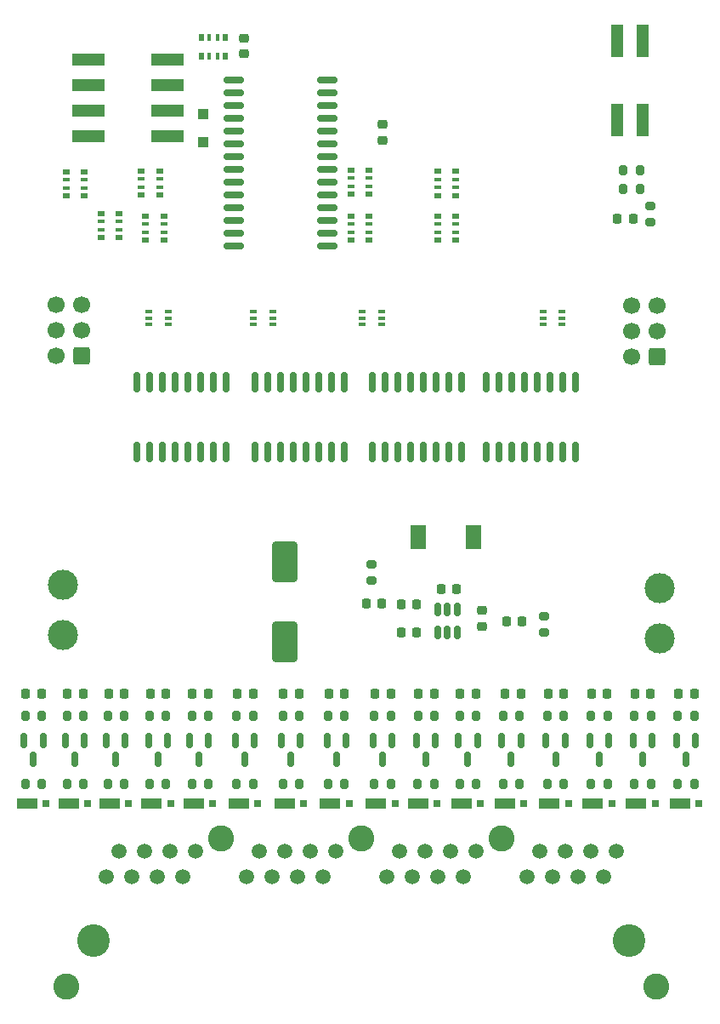
<source format=gbr>
%TF.GenerationSoftware,KiCad,Pcbnew,(6.0.9)*%
%TF.CreationDate,2023-11-05T17:37:45+05:30*%
%TF.ProjectId,Modular-I2C-4PxRJ45-Relay-Driver,4d6f6475-6c61-4722-9d49-32432d345078,2*%
%TF.SameCoordinates,Original*%
%TF.FileFunction,Soldermask,Top*%
%TF.FilePolarity,Negative*%
%FSLAX46Y46*%
G04 Gerber Fmt 4.6, Leading zero omitted, Abs format (unit mm)*
G04 Created by KiCad (PCBNEW (6.0.9)) date 2023-11-05 17:37:45*
%MOMM*%
%LPD*%
G01*
G04 APERTURE LIST*
G04 Aperture macros list*
%AMRoundRect*
0 Rectangle with rounded corners*
0 $1 Rounding radius*
0 $2 $3 $4 $5 $6 $7 $8 $9 X,Y pos of 4 corners*
0 Add a 4 corners polygon primitive as box body*
4,1,4,$2,$3,$4,$5,$6,$7,$8,$9,$2,$3,0*
0 Add four circle primitives for the rounded corners*
1,1,$1+$1,$2,$3*
1,1,$1+$1,$4,$5*
1,1,$1+$1,$6,$7*
1,1,$1+$1,$8,$9*
0 Add four rect primitives between the rounded corners*
20,1,$1+$1,$2,$3,$4,$5,0*
20,1,$1+$1,$4,$5,$6,$7,0*
20,1,$1+$1,$6,$7,$8,$9,0*
20,1,$1+$1,$8,$9,$2,$3,0*%
G04 Aperture macros list end*
%ADD10RoundRect,0.250000X0.600000X0.600000X-0.600000X0.600000X-0.600000X-0.600000X0.600000X-0.600000X0*%
%ADD11C,1.700000*%
%ADD12RoundRect,0.218750X0.218750X0.256250X-0.218750X0.256250X-0.218750X-0.256250X0.218750X-0.256250X0*%
%ADD13RoundRect,0.200000X-0.200000X-0.275000X0.200000X-0.275000X0.200000X0.275000X-0.200000X0.275000X0*%
%ADD14R,2.000000X1.100000*%
%ADD15R,0.800000X0.800000*%
%ADD16RoundRect,0.150000X-0.150000X0.837500X-0.150000X-0.837500X0.150000X-0.837500X0.150000X0.837500X0*%
%ADD17R,0.650000X0.400000*%
%ADD18RoundRect,0.150000X-0.150000X0.587500X-0.150000X-0.587500X0.150000X-0.587500X0.150000X0.587500X0*%
%ADD19C,3.000000*%
%ADD20R,0.800000X0.500000*%
%ADD21R,0.800000X0.400000*%
%ADD22RoundRect,0.200000X-0.275000X0.200000X-0.275000X-0.200000X0.275000X-0.200000X0.275000X0.200000X0*%
%ADD23RoundRect,0.218750X-0.218750X-0.256250X0.218750X-0.256250X0.218750X0.256250X-0.218750X0.256250X0*%
%ADD24RoundRect,0.225000X0.250000X-0.225000X0.250000X0.225000X-0.250000X0.225000X-0.250000X-0.225000X0*%
%ADD25R,0.500000X0.800000*%
%ADD26R,0.400000X0.800000*%
%ADD27RoundRect,0.225000X-0.250000X0.225000X-0.250000X-0.225000X0.250000X-0.225000X0.250000X0.225000X0*%
%ADD28RoundRect,0.200000X0.200000X0.275000X-0.200000X0.275000X-0.200000X-0.275000X0.200000X-0.275000X0*%
%ADD29RoundRect,0.150000X0.150000X-0.512500X0.150000X0.512500X-0.150000X0.512500X-0.150000X-0.512500X0*%
%ADD30RoundRect,0.225000X-0.225000X-0.250000X0.225000X-0.250000X0.225000X0.250000X-0.225000X0.250000X0*%
%ADD31R,1.500000X2.400000*%
%ADD32RoundRect,0.250000X1.000000X-1.750000X1.000000X1.750000X-1.000000X1.750000X-1.000000X-1.750000X0*%
%ADD33RoundRect,0.150000X0.875000X0.150000X-0.875000X0.150000X-0.875000X-0.150000X0.875000X-0.150000X0*%
%ADD34R,1.200000X3.300000*%
%ADD35R,3.300000X1.200000*%
%ADD36RoundRect,0.225000X0.225000X0.250000X-0.225000X0.250000X-0.225000X-0.250000X0.225000X-0.250000X0*%
%ADD37RoundRect,0.200000X0.275000X-0.200000X0.275000X0.200000X-0.275000X0.200000X-0.275000X-0.200000X0*%
%ADD38R,1.100000X1.100000*%
%ADD39C,3.250000*%
%ADD40C,1.500000*%
%ADD41C,2.600000*%
G04 APERTURE END LIST*
D10*
%TO.C,J1*%
X159070000Y-34991000D03*
D11*
X156530000Y-34991000D03*
X159070000Y-32451000D03*
X156530000Y-32451000D03*
X159070000Y-29911000D03*
X156530000Y-29911000D03*
%TD*%
D12*
%TO.C,LED56*%
X118836500Y-68519000D03*
X117261500Y-68519000D03*
%TD*%
D13*
%TO.C,TH59*%
X130893000Y-77468400D03*
X132543000Y-77468400D03*
%TD*%
D14*
%TO.C,D57*%
X121982150Y-79441000D03*
D15*
X123882150Y-79441000D03*
%TD*%
D14*
%TO.C,D61*%
X139607000Y-79441000D03*
D15*
X141507000Y-79441000D03*
%TD*%
D16*
%TO.C,U5*%
X139639000Y-37497500D03*
X138369000Y-37497500D03*
X137099000Y-37497500D03*
X135829000Y-37497500D03*
X134559000Y-37497500D03*
X133289000Y-37497500D03*
X132019000Y-37497500D03*
X130749000Y-37497500D03*
X130749000Y-44422500D03*
X132019000Y-44422500D03*
X133289000Y-44422500D03*
X134559000Y-44422500D03*
X135829000Y-44422500D03*
X137099000Y-44422500D03*
X138369000Y-44422500D03*
X139639000Y-44422500D03*
%TD*%
D12*
%TO.C,LED66*%
X162767300Y-68519000D03*
X161192300Y-68519000D03*
%TD*%
D17*
%TO.C,D8*%
X108463000Y-30473800D03*
X108463000Y-31123800D03*
X108463000Y-31773800D03*
X110363000Y-31773800D03*
X110363000Y-31123800D03*
X110363000Y-30473800D03*
%TD*%
D16*
%TO.C,U4*%
X127955000Y-37497500D03*
X126685000Y-37497500D03*
X125415000Y-37497500D03*
X124145000Y-37497500D03*
X122875000Y-37497500D03*
X121605000Y-37497500D03*
X120335000Y-37497500D03*
X119065000Y-37497500D03*
X119065000Y-44422500D03*
X120335000Y-44422500D03*
X121605000Y-44422500D03*
X122875000Y-44422500D03*
X124145000Y-44422500D03*
X125415000Y-44422500D03*
X126685000Y-44422500D03*
X127955000Y-44422500D03*
%TD*%
D14*
%TO.C,D63*%
X148339300Y-79441000D03*
D15*
X150239300Y-79441000D03*
%TD*%
D12*
%TO.C,LED60*%
X136881800Y-68519000D03*
X135306800Y-68519000D03*
%TD*%
%TO.C,D3*%
X145633500Y-61330800D03*
X144058500Y-61330800D03*
%TD*%
D13*
%TO.C,R58*%
X126313500Y-70721700D03*
X127963500Y-70721700D03*
%TD*%
D18*
%TO.C,Q54*%
X110308500Y-73169500D03*
X108408500Y-73169500D03*
X109358500Y-75044500D03*
%TD*%
D17*
%TO.C,D7*%
X147699350Y-30473800D03*
X147699350Y-31123800D03*
X147699350Y-31773800D03*
X149599350Y-31773800D03*
X149599350Y-31123800D03*
X149599350Y-30473800D03*
%TD*%
D13*
%TO.C,TH54*%
X108533500Y-77468400D03*
X110183500Y-77468400D03*
%TD*%
D12*
%TO.C,LED55*%
X114357000Y-68519000D03*
X112782000Y-68519000D03*
%TD*%
D13*
%TO.C,TH61*%
X139409500Y-77468400D03*
X141059500Y-77468400D03*
%TD*%
D12*
%TO.C,LED58*%
X127946000Y-68519000D03*
X126371000Y-68519000D03*
%TD*%
D13*
%TO.C,R61*%
X139417000Y-70721700D03*
X141067000Y-70721700D03*
%TD*%
D18*
%TO.C,Q53*%
X106117500Y-73155262D03*
X104217500Y-73155262D03*
X105167500Y-75030262D03*
%TD*%
%TO.C,Q63*%
X149916800Y-73169500D03*
X148016800Y-73169500D03*
X148966800Y-75044500D03*
%TD*%
D12*
%TO.C,LED63*%
X149781800Y-68519000D03*
X148206800Y-68519000D03*
%TD*%
%TO.C,LED65*%
X158441000Y-68519000D03*
X156866000Y-68519000D03*
%TD*%
D19*
%TO.C,J4*%
X159367900Y-62966200D03*
X159367900Y-57968200D03*
%TD*%
D10*
%TO.C,J2*%
X101793000Y-34864000D03*
D11*
X99253000Y-34864000D03*
X101793000Y-32324000D03*
X99253000Y-32324000D03*
X101793000Y-29784000D03*
X99253000Y-29784000D03*
%TD*%
D20*
%TO.C,RN9*%
X103687000Y-20710000D03*
D21*
X103687000Y-21510000D03*
X103687000Y-22310000D03*
D20*
X103687000Y-23110000D03*
X105487000Y-23110000D03*
D21*
X105487000Y-22310000D03*
X105487000Y-21510000D03*
D20*
X105487000Y-20710000D03*
%TD*%
D22*
%TO.C,R5*%
X147843200Y-60759800D03*
X147843200Y-62409800D03*
%TD*%
D23*
%TO.C,D2*%
X130088500Y-59552800D03*
X131663500Y-59552800D03*
%TD*%
D24*
%TO.C,C1*%
X117922000Y-4847800D03*
X117922000Y-3297800D03*
%TD*%
D25*
%TO.C,RN1*%
X116074000Y-3230000D03*
D26*
X115274000Y-3230000D03*
X114474000Y-3230000D03*
D25*
X113674000Y-3230000D03*
X113674000Y-5030000D03*
D26*
X114474000Y-5030000D03*
X115274000Y-5030000D03*
D25*
X116074000Y-5030000D03*
%TD*%
D14*
%TO.C,D64*%
X152680500Y-79441000D03*
D15*
X154580500Y-79441000D03*
%TD*%
D27*
%TO.C,C9*%
X141607200Y-60225000D03*
X141607200Y-61775000D03*
%TD*%
D28*
%TO.C,R4*%
X157348350Y-16396300D03*
X155698350Y-16396300D03*
%TD*%
D13*
%TO.C,R60*%
X135249300Y-70721700D03*
X136899300Y-70721700D03*
%TD*%
D12*
%TO.C,LED57*%
X123408500Y-68519000D03*
X121833500Y-68519000D03*
%TD*%
D20*
%TO.C,RN7*%
X100251350Y-16588800D03*
D21*
X100251350Y-17388800D03*
X100251350Y-18188800D03*
D20*
X100251350Y-18988800D03*
X102051350Y-18988800D03*
D21*
X102051350Y-18188800D03*
X102051350Y-17388800D03*
D20*
X102051350Y-16588800D03*
%TD*%
D29*
%TO.C,U2*%
X137241200Y-62404500D03*
X138191200Y-62404500D03*
X139141200Y-62404500D03*
X139141200Y-60129500D03*
X138191200Y-60129500D03*
X137241200Y-60129500D03*
%TD*%
D14*
%TO.C,D53*%
X104540000Y-79441000D03*
D15*
X106440000Y-79441000D03*
%TD*%
D13*
%TO.C,TH60*%
X135241800Y-77468400D03*
X136891800Y-77468400D03*
%TD*%
D30*
%TO.C,C7*%
X133606200Y-59616000D03*
X135156200Y-59616000D03*
%TD*%
%TO.C,C8*%
X133593200Y-62410000D03*
X135143200Y-62410000D03*
%TD*%
D13*
%TO.C,R53*%
X104342500Y-70721700D03*
X105992500Y-70721700D03*
%TD*%
D17*
%TO.C,D6*%
X129731350Y-30458800D03*
X129731350Y-31108800D03*
X129731350Y-31758800D03*
X131631350Y-31758800D03*
X131631350Y-31108800D03*
X131631350Y-30458800D03*
%TD*%
D13*
%TO.C,TH56*%
X117210500Y-77468400D03*
X118860500Y-77468400D03*
%TD*%
D12*
%TO.C,LED53*%
X106009500Y-68519000D03*
X104434500Y-68519000D03*
%TD*%
D20*
%TO.C,RN16*%
X107708350Y-16502800D03*
D21*
X107708350Y-17302800D03*
X107708350Y-18102800D03*
D20*
X107708350Y-18902800D03*
X109508350Y-18902800D03*
D21*
X109508350Y-18102800D03*
X109508350Y-17302800D03*
D20*
X109508350Y-16502800D03*
%TD*%
D16*
%TO.C,U3*%
X116144000Y-37497500D03*
X114874000Y-37497500D03*
X113604000Y-37497500D03*
X112334000Y-37497500D03*
X111064000Y-37497500D03*
X109794000Y-37497500D03*
X108524000Y-37497500D03*
X107254000Y-37497500D03*
X107254000Y-44422500D03*
X108524000Y-44422500D03*
X109794000Y-44422500D03*
X111064000Y-44422500D03*
X112334000Y-44422500D03*
X113604000Y-44422500D03*
X114874000Y-44422500D03*
X116144000Y-44422500D03*
%TD*%
D18*
%TO.C,Q58*%
X128088500Y-73169500D03*
X126188500Y-73169500D03*
X127138500Y-75044500D03*
%TD*%
D13*
%TO.C,R51*%
X96142000Y-70721700D03*
X97792000Y-70721700D03*
%TD*%
%TO.C,TH53*%
X104342500Y-77468400D03*
X105992500Y-77468400D03*
%TD*%
D12*
%TO.C,LED61*%
X141049500Y-68519000D03*
X139474500Y-68519000D03*
%TD*%
%TO.C,LED64*%
X154123000Y-68519000D03*
X152548000Y-68519000D03*
%TD*%
D31*
%TO.C,L1*%
X140801200Y-52885000D03*
X135301200Y-52885000D03*
%TD*%
D13*
%TO.C,R54*%
X108533500Y-70721700D03*
X110183500Y-70721700D03*
%TD*%
%TO.C,TH57*%
X121784650Y-77468400D03*
X123434650Y-77468400D03*
%TD*%
D14*
%TO.C,D55*%
X112922000Y-79441000D03*
D15*
X114822000Y-79441000D03*
%TD*%
D12*
%TO.C,LED52*%
X101911000Y-68519000D03*
X100336000Y-68519000D03*
%TD*%
D13*
%TO.C,R65*%
X156808500Y-70721700D03*
X158458500Y-70721700D03*
%TD*%
%TO.C,TH66*%
X161127300Y-77468400D03*
X162777300Y-77468400D03*
%TD*%
D32*
%TO.C,C5*%
X121986000Y-63349600D03*
X121986000Y-55349600D03*
%TD*%
D20*
%TO.C,RN15*%
X130379000Y-18792000D03*
D21*
X130379000Y-17992000D03*
X130379000Y-17192000D03*
D20*
X130379000Y-16392000D03*
X128579000Y-16392000D03*
D21*
X128579000Y-17192000D03*
X128579000Y-17992000D03*
D20*
X128579000Y-18792000D03*
%TD*%
D13*
%TO.C,TH55*%
X112724500Y-77468400D03*
X114374500Y-77468400D03*
%TD*%
%TO.C,TH58*%
X126313500Y-77468400D03*
X127963500Y-77468400D03*
%TD*%
%TO.C,R56*%
X117210500Y-70721700D03*
X118860500Y-70721700D03*
%TD*%
D28*
%TO.C,R3*%
X157348350Y-18301300D03*
X155698350Y-18301300D03*
%TD*%
D12*
%TO.C,LED59*%
X132552500Y-68519000D03*
X130977500Y-68519000D03*
%TD*%
D18*
%TO.C,Q65*%
X158576000Y-73169500D03*
X156676000Y-73169500D03*
X157626000Y-75044500D03*
%TD*%
D12*
%TO.C,LED51*%
X97774500Y-68519000D03*
X96199500Y-68519000D03*
%TD*%
%TO.C,D4*%
X156682500Y-21275000D03*
X155107500Y-21275000D03*
%TD*%
D13*
%TO.C,TH62*%
X143720000Y-77468400D03*
X145370000Y-77468400D03*
%TD*%
%TO.C,TH63*%
X148141800Y-77468400D03*
X149791800Y-77468400D03*
%TD*%
%TO.C,R64*%
X152490500Y-70721700D03*
X154140500Y-70721700D03*
%TD*%
D14*
%TO.C,D58*%
X126511000Y-79441000D03*
D15*
X128411000Y-79441000D03*
%TD*%
D13*
%TO.C,R62*%
X143727500Y-70721700D03*
X145377500Y-70721700D03*
%TD*%
D20*
%TO.C,RN5*%
X139015000Y-18919000D03*
D21*
X139015000Y-18119000D03*
X139015000Y-17319000D03*
D20*
X139015000Y-16519000D03*
X137215000Y-16519000D03*
D21*
X137215000Y-17319000D03*
X137215000Y-18119000D03*
D20*
X137215000Y-18919000D03*
%TD*%
D14*
%TO.C,D65*%
X156998500Y-79441000D03*
D15*
X158898500Y-79441000D03*
%TD*%
D14*
%TO.C,D60*%
X135290500Y-79441000D03*
D15*
X137190500Y-79441000D03*
%TD*%
D18*
%TO.C,Q57*%
X123559650Y-73169500D03*
X121659650Y-73169500D03*
X122609650Y-75044500D03*
%TD*%
D14*
%TO.C,D52*%
X100476000Y-79441000D03*
D15*
X102376000Y-79441000D03*
%TD*%
D13*
%TO.C,R66*%
X161134800Y-70721700D03*
X162784800Y-70721700D03*
%TD*%
D18*
%TO.C,Q61*%
X141184500Y-73169500D03*
X139284500Y-73169500D03*
X140234500Y-75044500D03*
%TD*%
D33*
%TO.C,U1*%
X126255000Y-23942000D03*
X126255000Y-22672000D03*
X126255000Y-21402000D03*
X126255000Y-20132000D03*
X126255000Y-18862000D03*
X126255000Y-17592000D03*
X126255000Y-16322000D03*
X126255000Y-15052000D03*
X126255000Y-13782000D03*
X126255000Y-12512000D03*
X126255000Y-11242000D03*
X126255000Y-9972000D03*
X126255000Y-8702000D03*
X126255000Y-7432000D03*
X116955000Y-7432000D03*
X116955000Y-8702000D03*
X116955000Y-9972000D03*
X116955000Y-11242000D03*
X116955000Y-12512000D03*
X116955000Y-13782000D03*
X116955000Y-15052000D03*
X116955000Y-16322000D03*
X116955000Y-17592000D03*
X116955000Y-18862000D03*
X116955000Y-20132000D03*
X116955000Y-21402000D03*
X116955000Y-22672000D03*
X116955000Y-23942000D03*
%TD*%
D14*
%TO.C,D54*%
X108731000Y-79441000D03*
D15*
X110631000Y-79441000D03*
%TD*%
D13*
%TO.C,R57*%
X121784650Y-70721700D03*
X123434650Y-70721700D03*
%TD*%
%TO.C,R59*%
X130900500Y-70721700D03*
X132550500Y-70721700D03*
%TD*%
D18*
%TO.C,Q60*%
X137016800Y-73169500D03*
X135116800Y-73169500D03*
X136066800Y-75044500D03*
%TD*%
D20*
%TO.C,RN3*%
X139015000Y-23364000D03*
D21*
X139015000Y-22564000D03*
X139015000Y-21764000D03*
D20*
X139015000Y-20964000D03*
X137215000Y-20964000D03*
D21*
X137215000Y-21764000D03*
X137215000Y-22564000D03*
D20*
X137215000Y-23364000D03*
%TD*%
%TO.C,RN11*%
X130379000Y-23364000D03*
D21*
X130379000Y-22564000D03*
X130379000Y-21764000D03*
D20*
X130379000Y-20964000D03*
X128579000Y-20964000D03*
D21*
X128579000Y-21764000D03*
X128579000Y-22564000D03*
D20*
X128579000Y-23364000D03*
%TD*%
D18*
%TO.C,Q52*%
X102053500Y-73169500D03*
X100153500Y-73169500D03*
X101103500Y-75044500D03*
%TD*%
%TO.C,Q59*%
X132668000Y-73169500D03*
X130768000Y-73169500D03*
X131718000Y-75044500D03*
%TD*%
%TO.C,Q56*%
X118985500Y-73169500D03*
X117085500Y-73169500D03*
X118035500Y-75044500D03*
%TD*%
D13*
%TO.C,R55*%
X112724500Y-70721700D03*
X114374500Y-70721700D03*
%TD*%
%TO.C,TH51*%
X96142000Y-77468400D03*
X97792000Y-77468400D03*
%TD*%
D19*
%TO.C,J3*%
X99894900Y-57630400D03*
X99894900Y-62628400D03*
%TD*%
D13*
%TO.C,R52*%
X100278500Y-70721700D03*
X101928500Y-70721700D03*
%TD*%
D34*
%TO.C,SW5*%
X155133000Y-11456300D03*
X157673000Y-11456300D03*
X157673000Y-3556300D03*
X155133000Y-3556300D03*
%TD*%
D16*
%TO.C,U6*%
X150942000Y-37497500D03*
X149672000Y-37497500D03*
X148402000Y-37497500D03*
X147132000Y-37497500D03*
X145862000Y-37497500D03*
X144592000Y-37497500D03*
X143322000Y-37497500D03*
X142052000Y-37497500D03*
X142052000Y-44422500D03*
X143322000Y-44422500D03*
X144592000Y-44422500D03*
X145862000Y-44422500D03*
X147132000Y-44422500D03*
X148402000Y-44422500D03*
X149672000Y-44422500D03*
X150942000Y-44422500D03*
%TD*%
D20*
%TO.C,RN12*%
X108132000Y-20964000D03*
D21*
X108132000Y-21764000D03*
X108132000Y-22564000D03*
D20*
X108132000Y-23364000D03*
X109932000Y-23364000D03*
D21*
X109932000Y-22564000D03*
X109932000Y-21764000D03*
D20*
X109932000Y-20964000D03*
%TD*%
D18*
%TO.C,Q62*%
X145495000Y-73169500D03*
X143595000Y-73169500D03*
X144545000Y-75044500D03*
%TD*%
D35*
%TO.C,SW1*%
X102415000Y-5400000D03*
X102415000Y-7940000D03*
X102415000Y-10480000D03*
X102415000Y-13020000D03*
X110315000Y-13020000D03*
X110315000Y-10480000D03*
X110315000Y-7940000D03*
X110315000Y-5400000D03*
%TD*%
D14*
%TO.C,D59*%
X131090500Y-79441000D03*
D15*
X132990500Y-79441000D03*
%TD*%
D14*
%TO.C,D56*%
X117408000Y-79441000D03*
D15*
X119308000Y-79441000D03*
%TD*%
D36*
%TO.C,C6*%
X139093200Y-58092000D03*
X137543200Y-58092000D03*
%TD*%
D18*
%TO.C,Q55*%
X114372500Y-73169500D03*
X112472500Y-73169500D03*
X113422500Y-75044500D03*
%TD*%
D37*
%TO.C,R6*%
X158435000Y-21592000D03*
X158435000Y-19942000D03*
%TD*%
D13*
%TO.C,R63*%
X148149300Y-70721700D03*
X149799300Y-70721700D03*
%TD*%
D12*
%TO.C,LED62*%
X145506500Y-68519000D03*
X143931500Y-68519000D03*
%TD*%
D18*
%TO.C,Q51*%
X97917000Y-73169500D03*
X96017000Y-73169500D03*
X96967000Y-75044500D03*
%TD*%
D38*
%TO.C,D1*%
X113858000Y-13658000D03*
X113858000Y-10858000D03*
%TD*%
D39*
%TO.C,RJ45-1*%
X102936000Y-93042500D03*
X156276000Y-93042500D03*
D40*
X104206000Y-86692500D03*
X105476000Y-84152500D03*
X106746000Y-86692500D03*
X108016000Y-84152500D03*
X109286000Y-86692500D03*
X110556000Y-84152500D03*
X111826000Y-86692500D03*
X113096000Y-84152500D03*
X118176000Y-86692500D03*
X119446000Y-84152500D03*
X120716000Y-86692500D03*
X121986000Y-84152500D03*
X123256000Y-86692500D03*
X124526000Y-84152500D03*
X125796000Y-86692500D03*
X127066000Y-84152500D03*
X132146000Y-86692500D03*
X133416000Y-84152500D03*
X134686000Y-86692500D03*
X135956000Y-84152500D03*
X137226000Y-86692500D03*
X138496000Y-84152500D03*
X139766000Y-86692500D03*
X141036000Y-84152500D03*
X146116000Y-86692500D03*
X147386000Y-84152500D03*
X148656000Y-86692500D03*
X149926000Y-84152500D03*
X151196000Y-86692500D03*
X152466000Y-84152500D03*
X153736000Y-86692500D03*
X155006000Y-84152500D03*
D41*
X143576000Y-82882500D03*
X159006000Y-97612500D03*
X100206000Y-97612500D03*
X129606000Y-82882500D03*
X115636000Y-82882500D03*
%TD*%
D27*
%TO.C,C3*%
X131765000Y-11864000D03*
X131765000Y-13414000D03*
%TD*%
D12*
%TO.C,LED54*%
X110166000Y-68519000D03*
X108591000Y-68519000D03*
%TD*%
D22*
%TO.C,R1*%
X130622000Y-55578200D03*
X130622000Y-57228200D03*
%TD*%
D13*
%TO.C,TH65*%
X156801000Y-77468400D03*
X158451000Y-77468400D03*
%TD*%
D18*
%TO.C,Q66*%
X162902300Y-73169500D03*
X161002300Y-73169500D03*
X161952300Y-75044500D03*
%TD*%
D14*
%TO.C,D51*%
X96339500Y-79441000D03*
D15*
X98239500Y-79441000D03*
%TD*%
D13*
%TO.C,TH52*%
X100278500Y-77468400D03*
X101928500Y-77468400D03*
%TD*%
%TO.C,TH64*%
X152483000Y-77468400D03*
X154133000Y-77468400D03*
%TD*%
D14*
%TO.C,D66*%
X161324800Y-79441000D03*
D15*
X163224800Y-79441000D03*
%TD*%
D14*
%TO.C,D62*%
X143917500Y-79441000D03*
D15*
X145817500Y-79441000D03*
%TD*%
D17*
%TO.C,D5*%
X118870350Y-30473800D03*
X118870350Y-31123800D03*
X118870350Y-31773800D03*
X120770350Y-31773800D03*
X120770350Y-31123800D03*
X120770350Y-30473800D03*
%TD*%
D18*
%TO.C,Q64*%
X154258000Y-73169500D03*
X152358000Y-73169500D03*
X153308000Y-75044500D03*
%TD*%
M02*

</source>
